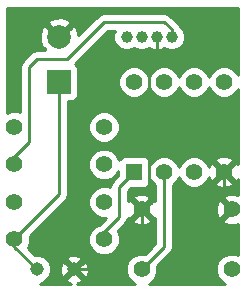
<source format=gtl>
G04 (created by PCBNEW (2013-mar-25)-stable) date Monday, September 30, 2013 05:41:20 PM*
%MOIN*%
G04 Gerber Fmt 3.4, Leading zero omitted, Abs format*
%FSLAX34Y34*%
G01*
G70*
G90*
G04 APERTURE LIST*
%ADD10C,0.006*%
%ADD11C,0.055*%
%ADD12C,0.0394*%
%ADD13R,0.0787X0.0787*%
%ADD14C,0.0787*%
%ADD15R,0.055X0.055*%
%ADD16C,0.045*%
%ADD17C,0.01*%
G04 APERTURE END LIST*
G54D10*
G54D11*
X56500Y-26750D03*
X56500Y-28750D03*
X53500Y-26750D03*
X53500Y-28750D03*
X52250Y-25250D03*
X49250Y-25250D03*
X52250Y-24000D03*
X49250Y-24000D03*
X52250Y-26500D03*
X49250Y-26500D03*
X52250Y-27750D03*
X49250Y-27750D03*
G54D12*
X54500Y-21000D03*
X54000Y-21000D03*
X53500Y-21000D03*
X53000Y-21000D03*
G54D13*
X50750Y-22500D03*
G54D14*
X50750Y-21000D03*
G54D15*
X53250Y-25500D03*
G54D11*
X54250Y-25500D03*
X55250Y-25500D03*
X56250Y-25500D03*
X56250Y-22500D03*
X55250Y-22500D03*
X54250Y-22500D03*
X53250Y-22500D03*
G54D16*
X50000Y-28750D03*
X51250Y-28750D03*
G54D17*
X51250Y-28750D02*
X52250Y-28750D01*
X53500Y-27500D02*
X53500Y-26750D01*
X52250Y-28750D02*
X53500Y-27500D01*
X53500Y-26750D02*
X53750Y-26500D01*
X53750Y-26500D02*
X53750Y-22000D01*
X53750Y-22000D02*
X54000Y-21750D01*
X54000Y-21750D02*
X54000Y-21000D01*
X56500Y-26750D02*
X56250Y-26500D01*
X56250Y-26500D02*
X56250Y-25500D01*
X53500Y-28750D02*
X54250Y-28000D01*
X54250Y-28000D02*
X54250Y-25500D01*
X49250Y-27750D02*
X49250Y-28000D01*
X49250Y-28000D02*
X50000Y-28750D01*
X49250Y-27750D02*
X50750Y-26250D01*
X50750Y-26250D02*
X50750Y-22500D01*
X53250Y-25500D02*
X52750Y-26000D01*
X52750Y-26000D02*
X52750Y-27000D01*
X52750Y-27000D02*
X52250Y-27500D01*
X52250Y-27500D02*
X52250Y-27750D01*
X54500Y-21000D02*
X54500Y-20750D01*
X54500Y-20750D02*
X54250Y-20500D01*
X54250Y-20500D02*
X52250Y-20500D01*
X52250Y-20500D02*
X51000Y-21750D01*
X51000Y-21750D02*
X50000Y-21750D01*
X50000Y-21750D02*
X49750Y-22000D01*
X49750Y-22000D02*
X49750Y-24500D01*
X49750Y-24500D02*
X49250Y-25000D01*
X49250Y-25000D02*
X49250Y-25250D01*
G54D10*
G36*
X54053Y-20971D02*
X54052Y-21028D01*
X54005Y-21076D01*
X54000Y-21070D01*
X53994Y-21076D01*
X53946Y-21028D01*
X53947Y-20971D01*
X53994Y-20923D01*
X54000Y-20929D01*
X54005Y-20923D01*
X54053Y-20971D01*
X54053Y-20971D01*
G37*
G54D17*
X54053Y-20971D02*
X54052Y-21028D01*
X54005Y-21076D01*
X54000Y-21070D01*
X53994Y-21076D01*
X53946Y-21028D01*
X53947Y-20971D01*
X53994Y-20923D01*
X54000Y-20929D01*
X54005Y-20923D01*
X54053Y-20971D01*
G54D10*
G36*
X56720Y-28273D02*
X56604Y-28225D01*
X56396Y-28224D01*
X56203Y-28304D01*
X56055Y-28452D01*
X55975Y-28645D01*
X55974Y-28853D01*
X56054Y-29047D01*
X56202Y-29194D01*
X56264Y-29220D01*
X53736Y-29220D01*
X53797Y-29195D01*
X53944Y-29047D01*
X54024Y-28854D01*
X54025Y-28649D01*
X54462Y-28212D01*
X54462Y-28212D01*
X54527Y-28114D01*
X54549Y-28000D01*
X54550Y-28000D01*
X54550Y-25942D01*
X54694Y-25797D01*
X54750Y-25664D01*
X54804Y-25797D01*
X54952Y-25944D01*
X55145Y-26024D01*
X55353Y-26025D01*
X55547Y-25945D01*
X55694Y-25797D01*
X55747Y-25671D01*
X55789Y-25772D01*
X55882Y-25797D01*
X56179Y-25500D01*
X55882Y-25202D01*
X55789Y-25227D01*
X55750Y-25337D01*
X55695Y-25203D01*
X55547Y-25055D01*
X55354Y-24975D01*
X55146Y-24974D01*
X54953Y-25054D01*
X54805Y-25202D01*
X54749Y-25335D01*
X54695Y-25203D01*
X54547Y-25055D01*
X54354Y-24975D01*
X54146Y-24974D01*
X53953Y-25054D01*
X53805Y-25202D01*
X53775Y-25274D01*
X53775Y-25175D01*
X53737Y-25083D01*
X53666Y-25013D01*
X53574Y-24975D01*
X53475Y-24974D01*
X52925Y-24974D01*
X52833Y-25012D01*
X52775Y-25071D01*
X52775Y-23896D01*
X52695Y-23703D01*
X52547Y-23555D01*
X52354Y-23475D01*
X52146Y-23474D01*
X51953Y-23554D01*
X51805Y-23702D01*
X51725Y-23895D01*
X51724Y-24103D01*
X51804Y-24297D01*
X51952Y-24444D01*
X52145Y-24524D01*
X52353Y-24525D01*
X52547Y-24445D01*
X52694Y-24297D01*
X52774Y-24104D01*
X52775Y-23896D01*
X52775Y-25071D01*
X52763Y-25083D01*
X52756Y-25100D01*
X52695Y-24953D01*
X52547Y-24805D01*
X52354Y-24725D01*
X52146Y-24724D01*
X51953Y-24804D01*
X51805Y-24952D01*
X51725Y-25145D01*
X51724Y-25353D01*
X51804Y-25547D01*
X51952Y-25694D01*
X52145Y-25774D01*
X52353Y-25775D01*
X52547Y-25695D01*
X52694Y-25547D01*
X52724Y-25475D01*
X52724Y-25600D01*
X52537Y-25787D01*
X52472Y-25885D01*
X52450Y-26000D01*
X52450Y-26014D01*
X52354Y-25975D01*
X52146Y-25974D01*
X51953Y-26054D01*
X51805Y-26202D01*
X51725Y-26395D01*
X51724Y-26603D01*
X51804Y-26797D01*
X51952Y-26944D01*
X52145Y-27024D01*
X52300Y-27025D01*
X52068Y-27256D01*
X51953Y-27304D01*
X51805Y-27452D01*
X51725Y-27645D01*
X51724Y-27853D01*
X51804Y-28047D01*
X51952Y-28194D01*
X52145Y-28274D01*
X52353Y-28275D01*
X52547Y-28195D01*
X52694Y-28047D01*
X52774Y-27854D01*
X52775Y-27646D01*
X52702Y-27471D01*
X52962Y-27212D01*
X52962Y-27212D01*
X53027Y-27114D01*
X53045Y-27024D01*
X53132Y-27047D01*
X53429Y-26750D01*
X53132Y-26452D01*
X53050Y-26474D01*
X53050Y-26124D01*
X53149Y-26025D01*
X53574Y-26025D01*
X53666Y-25987D01*
X53736Y-25916D01*
X53774Y-25824D01*
X53775Y-25725D01*
X53775Y-25725D01*
X53804Y-25797D01*
X53950Y-25942D01*
X53950Y-26474D01*
X53867Y-26452D01*
X53797Y-26523D01*
X53797Y-26382D01*
X53772Y-26289D01*
X53575Y-26220D01*
X53367Y-26231D01*
X53227Y-26289D01*
X53202Y-26382D01*
X53500Y-26679D01*
X53797Y-26382D01*
X53797Y-26523D01*
X53570Y-26750D01*
X53867Y-27047D01*
X53950Y-27025D01*
X53950Y-27875D01*
X53797Y-28028D01*
X53797Y-27117D01*
X53500Y-26820D01*
X53202Y-27117D01*
X53227Y-27210D01*
X53424Y-27279D01*
X53632Y-27268D01*
X53772Y-27210D01*
X53797Y-27117D01*
X53797Y-28028D01*
X53600Y-28225D01*
X53396Y-28224D01*
X53203Y-28304D01*
X53055Y-28452D01*
X52975Y-28645D01*
X52974Y-28853D01*
X53054Y-29047D01*
X53202Y-29194D01*
X53264Y-29220D01*
X51730Y-29220D01*
X51730Y-28813D01*
X51717Y-28625D01*
X51669Y-28507D01*
X51581Y-28489D01*
X51510Y-28559D01*
X51510Y-28418D01*
X51492Y-28330D01*
X51313Y-28269D01*
X51125Y-28282D01*
X51007Y-28330D01*
X50989Y-28418D01*
X51250Y-28679D01*
X51510Y-28418D01*
X51510Y-28559D01*
X51320Y-28750D01*
X51581Y-29010D01*
X51669Y-28992D01*
X51730Y-28813D01*
X51730Y-29220D01*
X51335Y-29220D01*
X51374Y-29217D01*
X51492Y-29169D01*
X51510Y-29081D01*
X51250Y-28820D01*
X51179Y-28891D01*
X51179Y-28750D01*
X50918Y-28489D01*
X50830Y-28507D01*
X50769Y-28686D01*
X50782Y-28874D01*
X50830Y-28992D01*
X50918Y-29010D01*
X51179Y-28750D01*
X51179Y-28891D01*
X50989Y-29081D01*
X51007Y-29169D01*
X51157Y-29220D01*
X50105Y-29220D01*
X50268Y-29152D01*
X50402Y-29019D01*
X50474Y-28844D01*
X50475Y-28655D01*
X50402Y-28481D01*
X50269Y-28347D01*
X50094Y-28275D01*
X49949Y-28274D01*
X49702Y-28028D01*
X49774Y-27854D01*
X49775Y-27649D01*
X50962Y-26462D01*
X50962Y-26462D01*
X51027Y-26364D01*
X51049Y-26250D01*
X51050Y-26250D01*
X51050Y-23143D01*
X51193Y-23143D01*
X51284Y-23105D01*
X51355Y-23035D01*
X51393Y-22943D01*
X51393Y-22843D01*
X51393Y-22056D01*
X51355Y-21965D01*
X51285Y-21894D01*
X51281Y-21893D01*
X52374Y-20800D01*
X52599Y-20800D01*
X52553Y-20910D01*
X52552Y-21088D01*
X52620Y-21252D01*
X52746Y-21378D01*
X52910Y-21446D01*
X53088Y-21447D01*
X53250Y-21380D01*
X53410Y-21446D01*
X53588Y-21447D01*
X53752Y-21379D01*
X53768Y-21363D01*
X53774Y-21395D01*
X53942Y-21452D01*
X54120Y-21439D01*
X54225Y-21395D01*
X54231Y-21363D01*
X54246Y-21378D01*
X54410Y-21446D01*
X54588Y-21447D01*
X54752Y-21379D01*
X54878Y-21253D01*
X54946Y-21089D01*
X54947Y-20911D01*
X54879Y-20747D01*
X54779Y-20647D01*
X54777Y-20635D01*
X54712Y-20537D01*
X54712Y-20537D01*
X54462Y-20287D01*
X54364Y-20222D01*
X54250Y-20200D01*
X52250Y-20200D01*
X52135Y-20222D01*
X52037Y-20287D01*
X51391Y-20934D01*
X51388Y-20848D01*
X51308Y-20655D01*
X51203Y-20617D01*
X51132Y-20687D01*
X51132Y-20546D01*
X51094Y-20441D01*
X50854Y-20352D01*
X50598Y-20361D01*
X50405Y-20441D01*
X50367Y-20546D01*
X50750Y-20929D01*
X51132Y-20546D01*
X51132Y-20687D01*
X50820Y-21000D01*
X50826Y-21005D01*
X50755Y-21076D01*
X50750Y-21070D01*
X50744Y-21076D01*
X50679Y-21011D01*
X50673Y-21005D01*
X50679Y-21000D01*
X50296Y-20617D01*
X50191Y-20655D01*
X50102Y-20895D01*
X50111Y-21151D01*
X50191Y-21344D01*
X50296Y-21382D01*
X50251Y-21427D01*
X50273Y-21450D01*
X50000Y-21450D01*
X49885Y-21472D01*
X49787Y-21537D01*
X49537Y-21787D01*
X49472Y-21885D01*
X49450Y-22000D01*
X49450Y-23514D01*
X49354Y-23475D01*
X49146Y-23474D01*
X49029Y-23523D01*
X49029Y-20029D01*
X56720Y-20029D01*
X56720Y-22263D01*
X56695Y-22203D01*
X56547Y-22055D01*
X56354Y-21975D01*
X56146Y-21974D01*
X55953Y-22054D01*
X55805Y-22202D01*
X55749Y-22335D01*
X55695Y-22203D01*
X55547Y-22055D01*
X55354Y-21975D01*
X55146Y-21974D01*
X54953Y-22054D01*
X54805Y-22202D01*
X54749Y-22335D01*
X54695Y-22203D01*
X54547Y-22055D01*
X54354Y-21975D01*
X54146Y-21974D01*
X53953Y-22054D01*
X53805Y-22202D01*
X53749Y-22335D01*
X53695Y-22203D01*
X53547Y-22055D01*
X53354Y-21975D01*
X53146Y-21974D01*
X52953Y-22054D01*
X52805Y-22202D01*
X52725Y-22395D01*
X52724Y-22603D01*
X52804Y-22797D01*
X52952Y-22944D01*
X53145Y-23024D01*
X53353Y-23025D01*
X53547Y-22945D01*
X53694Y-22797D01*
X53750Y-22664D01*
X53804Y-22797D01*
X53952Y-22944D01*
X54145Y-23024D01*
X54353Y-23025D01*
X54547Y-22945D01*
X54694Y-22797D01*
X54750Y-22664D01*
X54804Y-22797D01*
X54952Y-22944D01*
X55145Y-23024D01*
X55353Y-23025D01*
X55547Y-22945D01*
X55694Y-22797D01*
X55750Y-22664D01*
X55804Y-22797D01*
X55952Y-22944D01*
X56145Y-23024D01*
X56353Y-23025D01*
X56547Y-22945D01*
X56694Y-22797D01*
X56720Y-22735D01*
X56720Y-25251D01*
X56710Y-25227D01*
X56617Y-25202D01*
X56547Y-25273D01*
X56547Y-25132D01*
X56522Y-25039D01*
X56325Y-24970D01*
X56117Y-24981D01*
X55977Y-25039D01*
X55952Y-25132D01*
X56250Y-25429D01*
X56547Y-25132D01*
X56547Y-25273D01*
X56320Y-25500D01*
X56617Y-25797D01*
X56710Y-25772D01*
X56720Y-25744D01*
X56720Y-26271D01*
X56575Y-26220D01*
X56547Y-26221D01*
X56547Y-25867D01*
X56250Y-25570D01*
X55952Y-25867D01*
X55977Y-25960D01*
X56174Y-26029D01*
X56382Y-26018D01*
X56522Y-25960D01*
X56547Y-25867D01*
X56547Y-26221D01*
X56367Y-26231D01*
X56227Y-26289D01*
X56202Y-26382D01*
X56500Y-26679D01*
X56505Y-26673D01*
X56576Y-26744D01*
X56570Y-26750D01*
X56576Y-26755D01*
X56505Y-26826D01*
X56500Y-26820D01*
X56429Y-26891D01*
X56429Y-26750D01*
X56132Y-26452D01*
X56039Y-26477D01*
X55970Y-26674D01*
X55981Y-26882D01*
X56039Y-27022D01*
X56132Y-27047D01*
X56429Y-26750D01*
X56429Y-26891D01*
X56202Y-27117D01*
X56227Y-27210D01*
X56424Y-27279D01*
X56632Y-27268D01*
X56720Y-27232D01*
X56720Y-28273D01*
X56720Y-28273D01*
G37*
G54D17*
X56720Y-28273D02*
X56604Y-28225D01*
X56396Y-28224D01*
X56203Y-28304D01*
X56055Y-28452D01*
X55975Y-28645D01*
X55974Y-28853D01*
X56054Y-29047D01*
X56202Y-29194D01*
X56264Y-29220D01*
X53736Y-29220D01*
X53797Y-29195D01*
X53944Y-29047D01*
X54024Y-28854D01*
X54025Y-28649D01*
X54462Y-28212D01*
X54462Y-28212D01*
X54527Y-28114D01*
X54549Y-28000D01*
X54550Y-28000D01*
X54550Y-25942D01*
X54694Y-25797D01*
X54750Y-25664D01*
X54804Y-25797D01*
X54952Y-25944D01*
X55145Y-26024D01*
X55353Y-26025D01*
X55547Y-25945D01*
X55694Y-25797D01*
X55747Y-25671D01*
X55789Y-25772D01*
X55882Y-25797D01*
X56179Y-25500D01*
X55882Y-25202D01*
X55789Y-25227D01*
X55750Y-25337D01*
X55695Y-25203D01*
X55547Y-25055D01*
X55354Y-24975D01*
X55146Y-24974D01*
X54953Y-25054D01*
X54805Y-25202D01*
X54749Y-25335D01*
X54695Y-25203D01*
X54547Y-25055D01*
X54354Y-24975D01*
X54146Y-24974D01*
X53953Y-25054D01*
X53805Y-25202D01*
X53775Y-25274D01*
X53775Y-25175D01*
X53737Y-25083D01*
X53666Y-25013D01*
X53574Y-24975D01*
X53475Y-24974D01*
X52925Y-24974D01*
X52833Y-25012D01*
X52775Y-25071D01*
X52775Y-23896D01*
X52695Y-23703D01*
X52547Y-23555D01*
X52354Y-23475D01*
X52146Y-23474D01*
X51953Y-23554D01*
X51805Y-23702D01*
X51725Y-23895D01*
X51724Y-24103D01*
X51804Y-24297D01*
X51952Y-24444D01*
X52145Y-24524D01*
X52353Y-24525D01*
X52547Y-24445D01*
X52694Y-24297D01*
X52774Y-24104D01*
X52775Y-23896D01*
X52775Y-25071D01*
X52763Y-25083D01*
X52756Y-25100D01*
X52695Y-24953D01*
X52547Y-24805D01*
X52354Y-24725D01*
X52146Y-24724D01*
X51953Y-24804D01*
X51805Y-24952D01*
X51725Y-25145D01*
X51724Y-25353D01*
X51804Y-25547D01*
X51952Y-25694D01*
X52145Y-25774D01*
X52353Y-25775D01*
X52547Y-25695D01*
X52694Y-25547D01*
X52724Y-25475D01*
X52724Y-25600D01*
X52537Y-25787D01*
X52472Y-25885D01*
X52450Y-26000D01*
X52450Y-26014D01*
X52354Y-25975D01*
X52146Y-25974D01*
X51953Y-26054D01*
X51805Y-26202D01*
X51725Y-26395D01*
X51724Y-26603D01*
X51804Y-26797D01*
X51952Y-26944D01*
X52145Y-27024D01*
X52300Y-27025D01*
X52068Y-27256D01*
X51953Y-27304D01*
X51805Y-27452D01*
X51725Y-27645D01*
X51724Y-27853D01*
X51804Y-28047D01*
X51952Y-28194D01*
X52145Y-28274D01*
X52353Y-28275D01*
X52547Y-28195D01*
X52694Y-28047D01*
X52774Y-27854D01*
X52775Y-27646D01*
X52702Y-27471D01*
X52962Y-27212D01*
X52962Y-27212D01*
X53027Y-27114D01*
X53045Y-27024D01*
X53132Y-27047D01*
X53429Y-26750D01*
X53132Y-26452D01*
X53050Y-26474D01*
X53050Y-26124D01*
X53149Y-26025D01*
X53574Y-26025D01*
X53666Y-25987D01*
X53736Y-25916D01*
X53774Y-25824D01*
X53775Y-25725D01*
X53775Y-25725D01*
X53804Y-25797D01*
X53950Y-25942D01*
X53950Y-26474D01*
X53867Y-26452D01*
X53797Y-26523D01*
X53797Y-26382D01*
X53772Y-26289D01*
X53575Y-26220D01*
X53367Y-26231D01*
X53227Y-26289D01*
X53202Y-26382D01*
X53500Y-26679D01*
X53797Y-26382D01*
X53797Y-26523D01*
X53570Y-26750D01*
X53867Y-27047D01*
X53950Y-27025D01*
X53950Y-27875D01*
X53797Y-28028D01*
X53797Y-27117D01*
X53500Y-26820D01*
X53202Y-27117D01*
X53227Y-27210D01*
X53424Y-27279D01*
X53632Y-27268D01*
X53772Y-27210D01*
X53797Y-27117D01*
X53797Y-28028D01*
X53600Y-28225D01*
X53396Y-28224D01*
X53203Y-28304D01*
X53055Y-28452D01*
X52975Y-28645D01*
X52974Y-28853D01*
X53054Y-29047D01*
X53202Y-29194D01*
X53264Y-29220D01*
X51730Y-29220D01*
X51730Y-28813D01*
X51717Y-28625D01*
X51669Y-28507D01*
X51581Y-28489D01*
X51510Y-28559D01*
X51510Y-28418D01*
X51492Y-28330D01*
X51313Y-28269D01*
X51125Y-28282D01*
X51007Y-28330D01*
X50989Y-28418D01*
X51250Y-28679D01*
X51510Y-28418D01*
X51510Y-28559D01*
X51320Y-28750D01*
X51581Y-29010D01*
X51669Y-28992D01*
X51730Y-28813D01*
X51730Y-29220D01*
X51335Y-29220D01*
X51374Y-29217D01*
X51492Y-29169D01*
X51510Y-29081D01*
X51250Y-28820D01*
X51179Y-28891D01*
X51179Y-28750D01*
X50918Y-28489D01*
X50830Y-28507D01*
X50769Y-28686D01*
X50782Y-28874D01*
X50830Y-28992D01*
X50918Y-29010D01*
X51179Y-28750D01*
X51179Y-28891D01*
X50989Y-29081D01*
X51007Y-29169D01*
X51157Y-29220D01*
X50105Y-29220D01*
X50268Y-29152D01*
X50402Y-29019D01*
X50474Y-28844D01*
X50475Y-28655D01*
X50402Y-28481D01*
X50269Y-28347D01*
X50094Y-28275D01*
X49949Y-28274D01*
X49702Y-28028D01*
X49774Y-27854D01*
X49775Y-27649D01*
X50962Y-26462D01*
X50962Y-26462D01*
X51027Y-26364D01*
X51049Y-26250D01*
X51050Y-26250D01*
X51050Y-23143D01*
X51193Y-23143D01*
X51284Y-23105D01*
X51355Y-23035D01*
X51393Y-22943D01*
X51393Y-22843D01*
X51393Y-22056D01*
X51355Y-21965D01*
X51285Y-21894D01*
X51281Y-21893D01*
X52374Y-20800D01*
X52599Y-20800D01*
X52553Y-20910D01*
X52552Y-21088D01*
X52620Y-21252D01*
X52746Y-21378D01*
X52910Y-21446D01*
X53088Y-21447D01*
X53250Y-21380D01*
X53410Y-21446D01*
X53588Y-21447D01*
X53752Y-21379D01*
X53768Y-21363D01*
X53774Y-21395D01*
X53942Y-21452D01*
X54120Y-21439D01*
X54225Y-21395D01*
X54231Y-21363D01*
X54246Y-21378D01*
X54410Y-21446D01*
X54588Y-21447D01*
X54752Y-21379D01*
X54878Y-21253D01*
X54946Y-21089D01*
X54947Y-20911D01*
X54879Y-20747D01*
X54779Y-20647D01*
X54777Y-20635D01*
X54712Y-20537D01*
X54712Y-20537D01*
X54462Y-20287D01*
X54364Y-20222D01*
X54250Y-20200D01*
X52250Y-20200D01*
X52135Y-20222D01*
X52037Y-20287D01*
X51391Y-20934D01*
X51388Y-20848D01*
X51308Y-20655D01*
X51203Y-20617D01*
X51132Y-20687D01*
X51132Y-20546D01*
X51094Y-20441D01*
X50854Y-20352D01*
X50598Y-20361D01*
X50405Y-20441D01*
X50367Y-20546D01*
X50750Y-20929D01*
X51132Y-20546D01*
X51132Y-20687D01*
X50820Y-21000D01*
X50826Y-21005D01*
X50755Y-21076D01*
X50750Y-21070D01*
X50744Y-21076D01*
X50679Y-21011D01*
X50673Y-21005D01*
X50679Y-21000D01*
X50296Y-20617D01*
X50191Y-20655D01*
X50102Y-20895D01*
X50111Y-21151D01*
X50191Y-21344D01*
X50296Y-21382D01*
X50251Y-21427D01*
X50273Y-21450D01*
X50000Y-21450D01*
X49885Y-21472D01*
X49787Y-21537D01*
X49537Y-21787D01*
X49472Y-21885D01*
X49450Y-22000D01*
X49450Y-23514D01*
X49354Y-23475D01*
X49146Y-23474D01*
X49029Y-23523D01*
X49029Y-20029D01*
X56720Y-20029D01*
X56720Y-22263D01*
X56695Y-22203D01*
X56547Y-22055D01*
X56354Y-21975D01*
X56146Y-21974D01*
X55953Y-22054D01*
X55805Y-22202D01*
X55749Y-22335D01*
X55695Y-22203D01*
X55547Y-22055D01*
X55354Y-21975D01*
X55146Y-21974D01*
X54953Y-22054D01*
X54805Y-22202D01*
X54749Y-22335D01*
X54695Y-22203D01*
X54547Y-22055D01*
X54354Y-21975D01*
X54146Y-21974D01*
X53953Y-22054D01*
X53805Y-22202D01*
X53749Y-22335D01*
X53695Y-22203D01*
X53547Y-22055D01*
X53354Y-21975D01*
X53146Y-21974D01*
X52953Y-22054D01*
X52805Y-22202D01*
X52725Y-22395D01*
X52724Y-22603D01*
X52804Y-22797D01*
X52952Y-22944D01*
X53145Y-23024D01*
X53353Y-23025D01*
X53547Y-22945D01*
X53694Y-22797D01*
X53750Y-22664D01*
X53804Y-22797D01*
X53952Y-22944D01*
X54145Y-23024D01*
X54353Y-23025D01*
X54547Y-22945D01*
X54694Y-22797D01*
X54750Y-22664D01*
X54804Y-22797D01*
X54952Y-22944D01*
X55145Y-23024D01*
X55353Y-23025D01*
X55547Y-22945D01*
X55694Y-22797D01*
X55750Y-22664D01*
X55804Y-22797D01*
X55952Y-22944D01*
X56145Y-23024D01*
X56353Y-23025D01*
X56547Y-22945D01*
X56694Y-22797D01*
X56720Y-22735D01*
X56720Y-25251D01*
X56710Y-25227D01*
X56617Y-25202D01*
X56547Y-25273D01*
X56547Y-25132D01*
X56522Y-25039D01*
X56325Y-24970D01*
X56117Y-24981D01*
X55977Y-25039D01*
X55952Y-25132D01*
X56250Y-25429D01*
X56547Y-25132D01*
X56547Y-25273D01*
X56320Y-25500D01*
X56617Y-25797D01*
X56710Y-25772D01*
X56720Y-25744D01*
X56720Y-26271D01*
X56575Y-26220D01*
X56547Y-26221D01*
X56547Y-25867D01*
X56250Y-25570D01*
X55952Y-25867D01*
X55977Y-25960D01*
X56174Y-26029D01*
X56382Y-26018D01*
X56522Y-25960D01*
X56547Y-25867D01*
X56547Y-26221D01*
X56367Y-26231D01*
X56227Y-26289D01*
X56202Y-26382D01*
X56500Y-26679D01*
X56505Y-26673D01*
X56576Y-26744D01*
X56570Y-26750D01*
X56576Y-26755D01*
X56505Y-26826D01*
X56500Y-26820D01*
X56429Y-26891D01*
X56429Y-26750D01*
X56132Y-26452D01*
X56039Y-26477D01*
X55970Y-26674D01*
X55981Y-26882D01*
X56039Y-27022D01*
X56132Y-27047D01*
X56429Y-26750D01*
X56429Y-26891D01*
X56202Y-27117D01*
X56227Y-27210D01*
X56424Y-27279D01*
X56632Y-27268D01*
X56720Y-27232D01*
X56720Y-28273D01*
M02*

</source>
